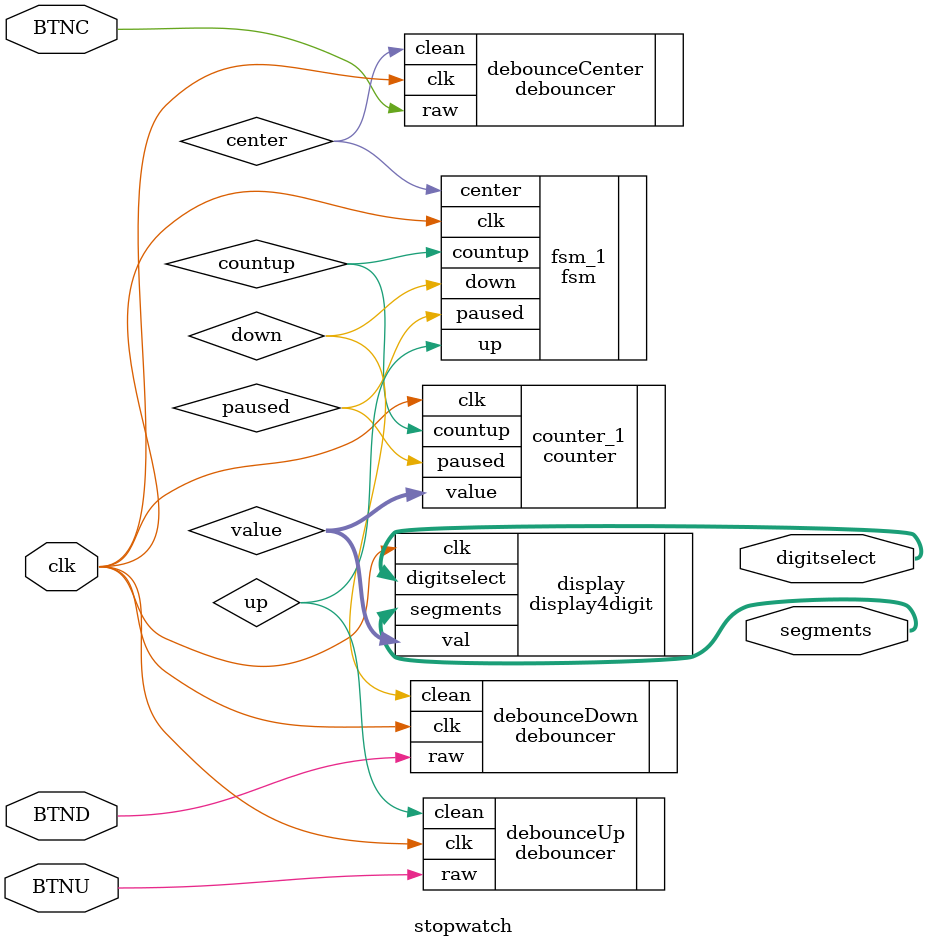
<source format=sv>
`timescale 1ns / 1ps

module stopwatch(
        input clk,
        input BTNU, BTNC, BTND,
        output [7:0] segments,
        output [7:0] digitselect
        );
        
        wire up, center, down;
        wire countup, paused;
        wire [15:0] value;
        
        debouncer debounceUp(
            .raw( BTNU ),
            .clk( clk ),
            .clean( up )
        );
        
        debouncer debounceDown(
            .raw( BTND ),
            .clk( clk ),
            .clean( down )
        );
                
        debouncer debounceCenter(
            .raw( BTNC ),
            .clk( clk ),
            .clean( center )
        );
        
        fsm fsm_1(
            .clk( clk ),
            .up( up ),
            .center( center ),
            .down( down),
            .countup( countup ),
            .paused( paused )
         );
         
         counter counter_1(
            .clk( clk ),
            .countup( countup ),
            .paused( paused ),
            .value( value )
         );
         
         display4digit display(
            .val( value ),
            .clk( clk ),
            .segments( segments ),
            .digitselect( digitselect )
         );
         
endmodule
</source>
